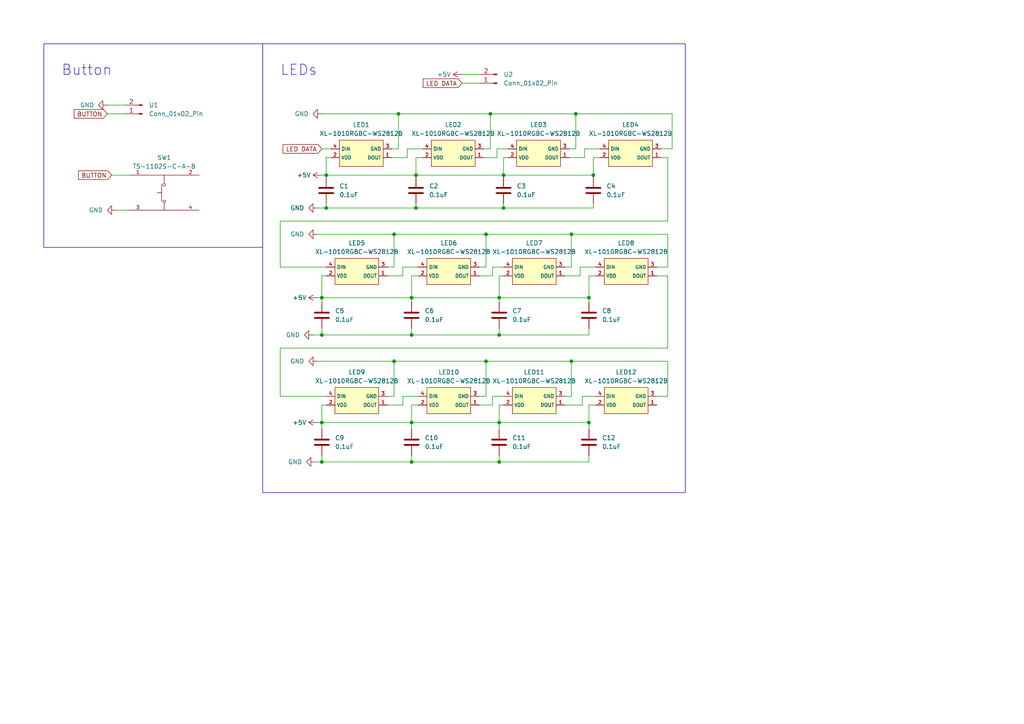
<source format=kicad_sch>
(kicad_sch (version 20230121) (generator eeschema)
  (paper "A4")
  (lib_symbols
    (symbol "Connector:Conn_01x02_Pin" (pin_names (offset 1.016) hide)
      (property "Reference" "J" (at 0 2.54 0))
      (property "Value" "Conn_01x02_Pin" (at 0 -5.08 0))
      (symbol "Conn_01x02_Pin_1_1"
        (polyline (pts (xy 1.27 -2.54) (xy 0.8636 -2.54)) (stroke (width 0.1524)))
        (polyline (pts (xy 1.27 0) (xy 0.8636 0)) (stroke (width 0.1524)))
        (rectangle (start 0.8636 -2.413) (end 0 -2.667) (stroke (width 0.1524)) (fill (type outline)))
        (rectangle (start 0.8636 0.127) (end 0 -0.127) (stroke (width 0.1524)) (fill (type outline)))
        (pin passive line (at 5.08 0 180) (length 3.81) (name "Pin_1") (number "1"))
        (pin passive line (at 5.08 -2.54 180) (length 3.81) (name "Pin_2") (number "2"))
      )
    )
    (symbol "Device:C" (pin_numbers hide) (pin_names (offset 0.254))
      (property "Reference" "C" (at 0.635 2.54 0))
      (property "Value" "C" (at 0.635 -2.54 0))
      (symbol "C_0_1"
        (polyline (pts (xy -2.032 -0.762) (xy 2.032 -0.762)) (stroke (width 0.508)))
        (polyline (pts (xy -2.032 0.762) (xy 2.032 0.762)) (stroke (width 0.508)))
      )
      (symbol "C_1_1"
        (pin passive line (at 0 3.81 270) (length 2.794) (name "~") (number "1"))
        (pin passive line (at 0 -3.81 90) (length 2.794) (name "~") (number "2"))
      )
    )
    (symbol "MyParts:TS-1102S-C-A-B" (pin_names hide)
      (property "Reference" "SW" (at 0 11.43 0))
      (property "Value" "TS-1102S-C-A-B" (at 0 8.89 0))
      (symbol "TS-1102S-C-A-B_0_0"
        (circle (center 0 -2.54) (radius 0.381) (fill (type background)))
        (polyline (pts (xy -5.08 -5.08) (xy 5.08 -5.08)))
        (polyline (pts (xy -5.08 5.08) (xy 5.08 5.08)))
        (polyline (pts (xy -2.032 0) (xy -0.762 0)))
        (polyline (pts (xy -0.762 2.54) (xy -0.762 -2.54)))
        (polyline (pts (xy 0 -5.08) (xy 0 -3.048)))
        (polyline (pts (xy 0 5.08) (xy 0 2.794)))
        (circle (center 0 2.286) (radius 0.381) (fill (type background)))
        (pin unspecified line (at -10.16 5.08 0) (length 5.08) (name "1") (number "1"))
        (pin unspecified line (at 10.16 5.08 180) (length 5.08) (name "2") (number "2"))
        (pin unspecified line (at -10.16 -5.08 0) (length 5.08) (name "3") (number "3"))
        (pin unspecified line (at 10.16 -5.08 180) (length 5.08) (name "4") (number "4"))
      )
    )
    (symbol "MyParts:XL-1010RGBC-WS2812B"
      (property "Reference" "U" (at 0 1.27 0))
      (property "Value" "XL-1010RGBC-WS2812B" (at 0 -2.54 0))
      (property "LCSC" "C5349953" (at 0 0 0))
      (symbol "XL-1010RGBC-WS2812B_0_0"
        (rectangle (start -7.62 -11.43) (end 5.08 -19.05) (fill (type background)))
        (pin unspecified line (at -10.16 -13.97 0) (length 2.54) (name "DOUT") (number "1"))
        (pin unspecified line (at 7.62 -13.97 180) (length 2.54) (name "VDD") (number "2"))
        (pin unspecified line (at -10.16 -16.51 0) (length 2.54) (name "GND") (number "3"))
        (pin unspecified line (at 7.62 -16.51 180) (length 2.54) (name "DIN") (number "4"))
      )
    )
    (symbol "power:+5V" (power) (pin_names (offset 0))
      (property "Value" "+5V" (at 0 3.556 0))
      (symbol "+5V_0_1"
        (polyline (pts (xy -0.762 1.27) (xy 0 2.54)))
        (polyline (pts (xy 0 0) (xy 0 2.54)))
        (polyline (pts (xy 0 2.54) (xy 0.762 1.27)))
      )
      (symbol "+5V_1_1"
        (pin power_in line (at 0 0 90) (length 0) hide (name "+5V") (number "1"))
      )
    )
    (symbol "power:GND" (power) (pin_names (offset 0))
      (property "Value" "GND" (at 0 -3.81 0))
      (symbol "GND_0_1"
        (polyline (pts (xy 0 0) (xy 0 -1.27) (xy 1.27 -1.27) (xy 0 -2.54) (xy -1.27 -1.27) (xy 0 -1.27)))
      )
      (symbol "GND_1_1"
        (pin power_in line (at 0 0 270) (length 0) hide (name "GND") (number "1"))
      )
    )
  )
  (junction (at 144.78 97.155))
  (junction (at 144.78 86.36))
  (junction (at 140.97 67.945))
  (junction (at 120.65 50.8))
  (junction (at 146.05 50.8))
  (junction (at 119.38 86.36))
  (junction (at 165.735 104.775))
  (junction (at 94.615 50.8))
  (junction (at 93.345 133.985))
  (junction (at 142.24 33.02))
  (junction (at 119.38 97.155))
  (junction (at 93.345 122.555))
  (junction (at 119.38 122.555))
  (junction (at 170.815 122.555))
  (junction (at 115.57 33.02))
  (junction (at 94.615 60.325))
  (junction (at 165.735 67.945))
  (junction (at 114.3 104.775))
  (junction (at 93.345 97.155))
  (junction (at 170.815 86.36))
  (junction (at 146.05 60.325))
  (junction (at 172.085 50.8))
  (junction (at 144.78 122.555))
  (junction (at 114.3 67.945))
  (junction (at 167.005 33.02))
  (junction (at 119.38 133.985))
  (junction (at 120.65 60.325))
  (junction (at 140.97 104.775))
  (junction (at 93.345 86.36))
  (junction (at 144.78 133.985))
  (wire (pts (xy 168.275 80.01) (xy 168.275 77.47)))
  (wire (pts (xy 112.395 80.01) (xy 116.84 80.01)))
  (wire (pts (xy 114.3 67.945) (xy 114.3 77.47)))
  (wire (pts (xy 140.97 77.47) (xy 140.97 67.945)))
  (wire (pts (xy 144.78 86.36) (xy 119.38 86.36)))
  (wire (pts (xy 95.885 45.72) (xy 94.615 45.72)))
  (wire (pts (xy 191.77 43.18) (xy 194.945 43.18)))
  (wire (pts (xy 172.085 50.8) (xy 146.05 50.8)))
  (wire (pts (xy 172.72 80.01) (xy 170.815 80.01)))
  (wire (pts (xy 139.065 77.47) (xy 140.97 77.47)))
  (wire (pts (xy 165.1 45.72) (xy 169.545 45.72)))
  (wire (pts (xy 81.28 100.965) (xy 81.28 114.935)))
  (wire (pts (xy 170.815 122.555) (xy 170.815 124.46)))
  (wire (pts (xy 165.735 67.945) (xy 140.97 67.945)))
  (wire (pts (xy 81.28 64.135) (xy 81.28 77.47)))
  (wire (pts (xy 144.145 43.18) (xy 147.32 43.18)))
  (wire (pts (xy 93.345 86.36) (xy 92.075 86.36)))
  (wire (pts (xy 93.345 124.46) (xy 93.345 122.555)))
  (wire (pts (xy 81.28 114.935) (xy 94.615 114.935)))
  (wire (pts (xy 140.97 67.945) (xy 114.3 67.945)))
  (wire (pts (xy 193.675 67.945) (xy 165.735 67.945)))
  (wire (pts (xy 119.38 122.555) (xy 93.345 122.555)))
  (wire (pts (xy 93.345 132.08) (xy 93.345 133.985)))
  (wire (pts (xy 144.78 97.155) (xy 170.815 97.155)))
  (wire (pts (xy 118.11 45.72) (xy 118.11 43.18)))
  (wire (pts (xy 94.615 60.325) (xy 94.615 59.055)))
  (wire (pts (xy 173.99 45.72) (xy 172.085 45.72)))
  (wire (pts (xy 33.655 60.96) (xy 37.465 60.96)))
  (wire (pts (xy 114.3 104.775) (xy 114.3 114.935)))
  (wire (pts (xy 170.815 80.01) (xy 170.815 86.36)))
  (wire (pts (xy 119.38 86.36) (xy 93.345 86.36)))
  (wire (pts (xy 93.345 122.555) (xy 92.075 122.555)))
  (wire (pts (xy 168.91 117.475) (xy 168.91 114.935)))
  (wire (pts (xy 170.815 122.555) (xy 144.78 122.555)))
  (wire (pts (xy 115.57 43.18) (xy 113.665 43.18)))
  (wire (pts (xy 146.05 50.8) (xy 120.65 50.8)))
  (wire (pts (xy 190.5 114.935) (xy 193.675 114.935)))
  (wire (pts (xy 142.875 117.475) (xy 142.875 114.935)))
  (wire (pts (xy 121.285 80.01) (xy 119.38 80.01)))
  (wire (pts (xy 172.085 59.055) (xy 172.085 60.325)))
  (wire (pts (xy 94.615 80.01) (xy 93.345 80.01)))
  (wire (pts (xy 92.075 67.945) (xy 114.3 67.945)))
  (wire (pts (xy 146.05 45.72) (xy 146.05 50.8)))
  (wire (pts (xy 91.44 133.985) (xy 93.345 133.985)))
  (wire (pts (xy 190.5 77.47) (xy 193.675 77.47)))
  (wire (pts (xy 193.675 114.935) (xy 193.675 104.775)))
  (wire (pts (xy 93.345 95.25) (xy 93.345 97.155)))
  (wire (pts (xy 172.085 51.435) (xy 172.085 50.8)))
  (wire (pts (xy 170.815 132.08) (xy 170.815 133.985)))
  (wire (pts (xy 170.815 117.475) (xy 170.815 122.555)))
  (wire (pts (xy 142.875 77.47) (xy 146.05 77.47)))
  (wire (pts (xy 139.065 114.935) (xy 140.97 114.935)))
  (wire (pts (xy 120.65 60.325) (xy 94.615 60.325)))
  (wire (pts (xy 120.65 45.72) (xy 120.65 50.8)))
  (wire (pts (xy 93.345 133.985) (xy 119.38 133.985)))
  (wire (pts (xy 112.395 117.475) (xy 116.84 117.475)))
  (wire (pts (xy 116.84 80.01) (xy 116.84 77.47)))
  (wire (pts (xy 142.875 114.935) (xy 146.05 114.935)))
  (wire (pts (xy 193.675 45.72) (xy 191.77 45.72)))
  (wire (pts (xy 165.735 114.935) (xy 165.735 104.775)))
  (wire (pts (xy 94.615 51.435) (xy 94.615 50.8)))
  (wire (pts (xy 94.615 45.72) (xy 94.615 50.8)))
  (wire (pts (xy 120.65 50.8) (xy 94.615 50.8)))
  (wire (pts (xy 193.675 104.775) (xy 165.735 104.775)))
  (wire (pts (xy 115.57 33.02) (xy 115.57 43.18)))
  (wire (pts (xy 140.335 43.18) (xy 142.24 43.18)))
  (wire (pts (xy 194.945 43.18) (xy 194.945 33.02)))
  (wire (pts (xy 172.085 45.72) (xy 172.085 50.8)))
  (wire (pts (xy 144.145 45.72) (xy 144.145 43.18)))
  (wire (pts (xy 120.65 59.055) (xy 120.65 60.325)))
  (wire (pts (xy 168.275 77.47) (xy 172.72 77.47)))
  (wire (pts (xy 122.555 45.72) (xy 120.65 45.72)))
  (wire (pts (xy 116.84 114.935) (xy 121.285 114.935)))
  (wire (pts (xy 193.675 45.72) (xy 193.675 64.135)))
  (wire (pts (xy 146.05 51.435) (xy 146.05 50.8)))
  (wire (pts (xy 119.38 117.475) (xy 119.38 122.555)))
  (wire (pts (xy 147.32 45.72) (xy 146.05 45.72)))
  (wire (pts (xy 193.675 64.135) (xy 81.28 64.135)))
  (wire (pts (xy 93.345 87.63) (xy 93.345 86.36)))
  (wire (pts (xy 90.805 97.155) (xy 93.345 97.155)))
  (wire (pts (xy 190.5 80.01) (xy 193.675 80.01)))
  (wire (pts (xy 121.285 117.475) (xy 119.38 117.475)))
  (wire (pts (xy 170.815 86.36) (xy 144.78 86.36)))
  (wire (pts (xy 144.78 87.63) (xy 144.78 86.36)))
  (wire (pts (xy 94.615 50.8) (xy 93.345 50.8)))
  (wire (pts (xy 119.38 133.985) (xy 144.78 133.985)))
  (wire (pts (xy 194.945 33.02) (xy 167.005 33.02)))
  (wire (pts (xy 163.83 80.01) (xy 168.275 80.01)))
  (wire (pts (xy 163.83 114.935) (xy 165.735 114.935)))
  (wire (pts (xy 144.78 95.25) (xy 144.78 97.155)))
  (wire (pts (xy 139.065 80.01) (xy 142.875 80.01)))
  (wire (pts (xy 167.005 43.18) (xy 167.005 33.02)))
  (wire (pts (xy 133.985 24.13) (xy 139.065 24.13)))
  (wire (pts (xy 144.78 122.555) (xy 144.78 124.46)))
  (wire (pts (xy 146.05 59.055) (xy 146.05 60.325)))
  (wire (pts (xy 31.115 30.48) (xy 36.195 30.48)))
  (wire (pts (xy 93.345 80.01) (xy 93.345 86.36)))
  (wire (pts (xy 163.83 77.47) (xy 165.735 77.47)))
  (wire (pts (xy 119.38 132.08) (xy 119.38 133.985)))
  (wire (pts (xy 93.345 97.155) (xy 119.38 97.155)))
  (wire (pts (xy 92.075 60.325) (xy 94.615 60.325)))
  (wire (pts (xy 140.97 114.935) (xy 140.97 104.775)))
  (wire (pts (xy 144.78 132.08) (xy 144.78 133.985)))
  (wire (pts (xy 193.675 100.965) (xy 81.28 100.965)))
  (wire (pts (xy 140.335 45.72) (xy 144.145 45.72)))
  (wire (pts (xy 119.38 87.63) (xy 119.38 86.36)))
  (wire (pts (xy 116.84 77.47) (xy 121.285 77.47)))
  (wire (pts (xy 146.05 60.325) (xy 120.65 60.325)))
  (wire (pts (xy 119.38 80.01) (xy 119.38 86.36)))
  (wire (pts (xy 120.65 51.435) (xy 120.65 50.8)))
  (wire (pts (xy 172.72 117.475) (xy 170.815 117.475)))
  (wire (pts (xy 32.385 50.8) (xy 37.465 50.8)))
  (wire (pts (xy 170.815 95.25) (xy 170.815 97.155)))
  (wire (pts (xy 146.05 117.475) (xy 144.78 117.475)))
  (wire (pts (xy 93.345 117.475) (xy 93.345 122.555)))
  (wire (pts (xy 165.735 77.47) (xy 165.735 67.945)))
  (wire (pts (xy 170.815 87.63) (xy 170.815 86.36)))
  (wire (pts (xy 114.3 114.935) (xy 112.395 114.935)))
  (wire (pts (xy 94.615 117.475) (xy 93.345 117.475)))
  (wire (pts (xy 169.545 45.72) (xy 169.545 43.18)))
  (wire (pts (xy 119.38 97.155) (xy 144.78 97.155)))
  (wire (pts (xy 92.075 104.775) (xy 114.3 104.775)))
  (wire (pts (xy 146.05 80.01) (xy 144.78 80.01)))
  (wire (pts (xy 169.545 43.18) (xy 173.99 43.18)))
  (wire (pts (xy 93.345 33.02) (xy 115.57 33.02)))
  (wire (pts (xy 116.84 117.475) (xy 116.84 114.935)))
  (wire (pts (xy 165.1 43.18) (xy 167.005 43.18)))
  (wire (pts (xy 172.085 60.325) (xy 146.05 60.325)))
  (wire (pts (xy 144.78 122.555) (xy 119.38 122.555)))
  (wire (pts (xy 139.065 117.475) (xy 142.875 117.475)))
  (wire (pts (xy 193.675 77.47) (xy 193.675 67.945)))
  (wire (pts (xy 114.3 77.47) (xy 112.395 77.47)))
  (wire (pts (xy 113.665 45.72) (xy 118.11 45.72)))
  (wire (pts (xy 193.675 80.01) (xy 193.675 100.965)))
  (wire (pts (xy 142.24 43.18) (xy 142.24 33.02)))
  (wire (pts (xy 31.115 33.02) (xy 36.195 33.02)))
  (wire (pts (xy 119.38 95.25) (xy 119.38 97.155)))
  (wire (pts (xy 93.345 43.18) (xy 95.885 43.18)))
  (wire (pts (xy 118.11 43.18) (xy 122.555 43.18)))
  (wire (pts (xy 163.83 117.475) (xy 168.91 117.475)))
  (wire (pts (xy 119.38 122.555) (xy 119.38 124.46)))
  (wire (pts (xy 81.28 77.47) (xy 94.615 77.47)))
  (wire (pts (xy 165.735 104.775) (xy 140.97 104.775)))
  (wire (pts (xy 115.57 33.02) (xy 142.24 33.02)))
  (wire (pts (xy 133.985 21.59) (xy 139.065 21.59)))
  (wire (pts (xy 144.78 80.01) (xy 144.78 86.36)))
  (wire (pts (xy 144.78 133.985) (xy 170.815 133.985)))
  (wire (pts (xy 142.875 80.01) (xy 142.875 77.47)))
  (wire (pts (xy 140.97 104.775) (xy 114.3 104.775)))
  (wire (pts (xy 144.78 117.475) (xy 144.78 122.555)))
  (wire (pts (xy 142.24 33.02) (xy 167.005 33.02)))
  (wire (pts (xy 168.91 114.935) (xy 172.72 114.935)))
  (rectangle (start 76.2 12.7) (end 198.755 142.875))
  (rectangle (start 12.7 12.7) (end 76.2 71.755))
  (text "Button" (at 17.78 22.225 0) (effects (font (size 3 3)) (justify left bottom)))
  (text "LEDs" (at 81.28 22.225 0) (effects (font (size 3 3)) (justify left bottom)))
  (global_label "LED DATA" (shape input) (at 93.345 43.18 180) (property "Intersheetrefs" "${INTERSHEET_REFS}" (effects hide)))
  (global_label "BUTTON" (shape input) (at 32.385 50.8 180) (property "Intersheetrefs" "${INTERSHEET_REFS}" (effects hide)))
  (global_label "BUTTON" (shape input) (at 31.115 33.02 180) (property "Intersheetrefs" "${INTERSHEET_REFS}" (effects hide)))
  (global_label "LED DATA" (shape input) (at 133.985 24.13 180) (property "Intersheetrefs" "${INTERSHEET_REFS}" (effects hide)))
  (symbol (lib_id "power:+5V") (at 92.075 86.36 90) (unit 1)
    (property "Reference" "#PWR05" (effects hide))
    (property "Value" "+5V" (at 88.9 86.36 90) (effects (justify left)))
  )
  (symbol (lib_id "MyParts:XL-1010RGBC-WS2812B") (at 154.94 59.69 180) (unit 1)
    (property "Reference" "LED3" (at 156.21 36.195 0))
    (property "Value" "XL-1010RGBC-WS2812B" (at 156.21 38.735 0))
    (property "Footprint" "footprint:LED-SMD_4P-L1.0-W1.0-TL_XL-1010RGBC-WS2812B" (effects hide))
    (property "Datasheet" "https://atta.szlcsc.com/upload/public/pdf/source/20230111/7F92487BABF607E2EE42D1D66EFE1A21.pdf" (effects hide))
    (property "LCSC" "C5349953" (effects hide))
  )
  (symbol (lib_id "MyParts:XL-1010RGBC-WS2812B") (at 180.34 93.98 180) (unit 1)
    (property "Reference" "LED8" (at 181.61 70.485 0))
    (property "Value" "XL-1010RGBC-WS2812B" (at 181.61 73.025 0))
    (property "Footprint" "footprint:LED-SMD_4P-L1.0-W1.0-TL_XL-1010RGBC-WS2812B" (effects hide))
    (property "Datasheet" "https://atta.szlcsc.com/upload/public/pdf/source/20230111/7F92487BABF607E2EE42D1D66EFE1A21.pdf" (effects hide))
    (property "LCSC" "C5349953" (effects hide))
  )
  (symbol (lib_id "Device:C") (at 144.78 128.27 0) (unit 1)
    (property "Reference" "C11" (at 148.59 126.9999 0) (effects (justify left)))
    (property "Value" "0.1uF" (at 148.59 129.5399 0) (effects (justify left)))
    (property "Footprint" "Capacitor_SMD:C_0402_1005Metric" (effects hide))
    (property "LCSC #" "C1525" (effects hide))
  )
  (symbol (lib_id "power:GND") (at 92.075 60.325 270) (unit 1)
    (property "Reference" "#PWR010" (effects hide))
    (property "Value" "GND" (at 88.265 60.3249 90) (effects (justify right)))
  )
  (symbol (lib_id "power:GND") (at 91.44 133.985 270) (unit 1)
    (property "Reference" "#PWR012" (effects hide))
    (property "Value" "GND" (at 87.63 133.9849 90) (effects (justify right)))
  )
  (symbol (lib_id "Device:C") (at 94.615 55.245 0) (unit 1)
    (property "Reference" "C1" (at 98.425 53.9749 0) (effects (justify left)))
    (property "Value" "0.1uF" (at 98.425 56.5149 0) (effects (justify left)))
    (property "Footprint" "Capacitor_SMD:C_0402_1005Metric" (effects hide))
    (property "LCSC #" "C1525" (effects hide))
  )
  (symbol (lib_id "MyParts:XL-1010RGBC-WS2812B") (at 128.905 131.445 180) (unit 1)
    (property "Reference" "LED10" (at 130.175 107.95 0))
    (property "Value" "XL-1010RGBC-WS2812B" (at 130.175 110.49 0))
    (property "Footprint" "footprint:LED-SMD_4P-L1.0-W1.0-TL_XL-1010RGBC-WS2812B" (effects hide))
    (property "Datasheet" "https://atta.szlcsc.com/upload/public/pdf/source/20230111/7F92487BABF607E2EE42D1D66EFE1A21.pdf" (effects hide))
    (property "LCSC" "C5349953" (effects hide))
  )
  (symbol (lib_id "Device:C") (at 93.345 91.44 0) (unit 1)
    (property "Reference" "C5" (at 97.155 90.1699 0) (effects (justify left)))
    (property "Value" "0.1uF" (at 97.155 92.7099 0) (effects (justify left)))
    (property "Footprint" "Capacitor_SMD:C_0402_1005Metric" (effects hide))
    (property "LCSC #" "C1525" (effects hide))
  )
  (symbol (lib_id "Device:C") (at 144.78 91.44 0) (unit 1)
    (property "Reference" "C7" (at 148.59 90.1699 0) (effects (justify left)))
    (property "Value" "0.1uF" (at 148.59 92.7099 0) (effects (justify left)))
    (property "Footprint" "Capacitor_SMD:C_0402_1005Metric" (effects hide))
    (property "LCSC #" "C1525" (effects hide))
  )
  (symbol (lib_id "Device:C") (at 172.085 55.245 0) (unit 1)
    (property "Reference" "C4" (at 175.895 53.9749 0) (effects (justify left)))
    (property "Value" "0.1uF" (at 175.895 56.5149 0) (effects (justify left)))
    (property "Footprint" "Capacitor_SMD:C_0402_1005Metric" (effects hide))
    (property "LCSC #" "C1525" (effects hide))
  )
  (symbol (lib_id "Connector:Conn_01x02_Pin") (at 41.275 33.02 180) (unit 1)
    (property "Reference" "U1" (at 43.18 30.48 0) (effects (justify right)))
    (property "Value" "Conn_01x02_Pin" (at 43.18 33.02 0) (effects (justify right)))
    (property "Footprint" "Connector_PinHeader_2.54mm:PinHeader_1x02_P2.54mm_Vertical" (effects hide))
  )
  (symbol (lib_id "MyParts:XL-1010RGBC-WS2812B") (at 128.905 93.98 180) (unit 1)
    (property "Reference" "LED6" (at 130.175 70.485 0))
    (property "Value" "XL-1010RGBC-WS2812B" (at 130.175 73.025 0))
    (property "Footprint" "footprint:LED-SMD_4P-L1.0-W1.0-TL_XL-1010RGBC-WS2812B" (effects hide))
    (property "Datasheet" "https://atta.szlcsc.com/upload/public/pdf/source/20230111/7F92487BABF607E2EE42D1D66EFE1A21.pdf" (effects hide))
    (property "LCSC" "C5349953" (effects hide))
  )
  (symbol (lib_id "MyParts:TS-1102S-C-A-B") (at 47.625 55.88 0) (unit 1)
    (property "Reference" "SW1" (at 47.625 45.72 0))
    (property "Value" "TS-1102S-C-A-B" (at 47.625 48.26 0))
    (property "Footprint" "footprint:KEY-SMD_4P-L6.0-W6.0-P4.50-LS8.6" (effects hide))
    (property "Datasheet" "https://item.szlcsc.com/353280.html" (effects hide))
    (property "LCSC #" "C381038" (effects hide))
  )
  (symbol (lib_id "Device:C") (at 119.38 91.44 0) (unit 1)
    (property "Reference" "C6" (at 123.19 90.1699 0) (effects (justify left)))
    (property "Value" "0.1uF" (at 123.19 92.7099 0) (effects (justify left)))
    (property "Footprint" "Capacitor_SMD:C_0402_1005Metric" (effects hide))
    (property "LCSC #" "C1525" (effects hide))
  )
  (symbol (lib_id "MyParts:XL-1010RGBC-WS2812B") (at 103.505 59.69 180) (unit 1)
    (property "Reference" "LED1" (at 104.775 36.195 0))
    (property "Value" "XL-1010RGBC-WS2812B" (at 104.775 38.735 0))
    (property "Footprint" "footprint:LED-SMD_4P-L1.0-W1.0-TL_XL-1010RGBC-WS2812B" (effects hide))
    (property "Datasheet" "https://atta.szlcsc.com/upload/public/pdf/source/20230111/7F92487BABF607E2EE42D1D66EFE1A21.pdf" (effects hide))
    (property "LCSC" "C5349953" (effects hide))
  )
  (symbol (lib_id "Device:C") (at 120.65 55.245 0) (unit 1)
    (property "Reference" "C2" (at 124.46 53.9749 0) (effects (justify left)))
    (property "Value" "0.1uF" (at 124.46 56.5149 0) (effects (justify left)))
    (property "Footprint" "Capacitor_SMD:C_0402_1005Metric" (effects hide))
    (property "LCSC #" "C1525" (effects hide))
  )
  (symbol (lib_id "power:GND") (at 90.805 97.155 270) (unit 1)
    (property "Reference" "#PWR011" (effects hide))
    (property "Value" "GND" (at 86.995 97.1549 90) (effects (justify right)))
  )
  (symbol (lib_id "MyParts:XL-1010RGBC-WS2812B") (at 130.175 59.69 180) (unit 1)
    (property "Reference" "LED2" (at 131.445 36.195 0))
    (property "Value" "XL-1010RGBC-WS2812B" (at 131.445 38.735 0))
    (property "Footprint" "footprint:LED-SMD_4P-L1.0-W1.0-TL_XL-1010RGBC-WS2812B" (effects hide))
    (property "Datasheet" "https://atta.szlcsc.com/upload/public/pdf/source/20230111/7F92487BABF607E2EE42D1D66EFE1A21.pdf" (effects hide))
    (property "LCSC" "C5349953" (effects hide))
  )
  (symbol (lib_id "Connector:Conn_01x02_Pin") (at 144.145 24.13 180) (unit 1)
    (property "Reference" "U2" (at 146.05 21.59 0) (effects (justify right)))
    (property "Value" "Conn_01x02_Pin" (at 146.05 24.13 0) (effects (justify right)))
    (property "Footprint" "Connector_PinHeader_2.54mm:PinHeader_1x02_P2.54mm_Vertical" (effects hide))
  )
  (symbol (lib_id "power:GND") (at 92.075 104.775 270) (unit 1)
    (property "Reference" "#PWR08" (effects hide))
    (property "Value" "GND" (at 88.265 104.7749 90) (effects (justify right)))
  )
  (symbol (lib_id "Device:C") (at 170.815 128.27 0) (unit 1)
    (property "Reference" "C12" (at 174.625 126.9999 0) (effects (justify left)))
    (property "Value" "0.1uF" (at 174.625 129.5399 0) (effects (justify left)))
    (property "Footprint" "Capacitor_SMD:C_0402_1005Metric" (effects hide))
    (property "LCSC #" "C1525" (effects hide))
  )
  (symbol (lib_id "MyParts:XL-1010RGBC-WS2812B") (at 102.235 93.98 180) (unit 1)
    (property "Reference" "LED5" (at 103.505 70.485 0))
    (property "Value" "XL-1010RGBC-WS2812B" (at 103.505 73.025 0))
    (property "Footprint" "footprint:LED-SMD_4P-L1.0-W1.0-TL_XL-1010RGBC-WS2812B" (effects hide))
    (property "Datasheet" "https://atta.szlcsc.com/upload/public/pdf/source/20230111/7F92487BABF607E2EE42D1D66EFE1A21.pdf" (effects hide))
    (property "LCSC" "C5349953" (effects hide))
  )
  (symbol (lib_id "power:GND") (at 92.075 67.945 270) (unit 1)
    (property "Reference" "#PWR07" (effects hide))
    (property "Value" "GND" (at 88.265 67.9449 90) (effects (justify right)))
  )
  (symbol (lib_id "power:+5V") (at 92.075 122.555 90) (unit 1)
    (property "Reference" "#PWR09" (effects hide))
    (property "Value" "+5V" (at 88.9 122.555 90) (effects (justify left)))
  )
  (symbol (lib_id "power:GND") (at 93.345 33.02 270) (unit 1)
    (property "Reference" "#PWR06" (effects hide))
    (property "Value" "GND" (at 89.535 33.0199 90) (effects (justify right)))
  )
  (symbol (lib_id "MyParts:XL-1010RGBC-WS2812B") (at 153.67 131.445 180) (unit 1)
    (property "Reference" "LED11" (at 154.94 107.95 0))
    (property "Value" "XL-1010RGBC-WS2812B" (at 154.94 110.49 0))
    (property "Footprint" "footprint:LED-SMD_4P-L1.0-W1.0-TL_XL-1010RGBC-WS2812B" (effects hide))
    (property "Datasheet" "https://atta.szlcsc.com/upload/public/pdf/source/20230111/7F92487BABF607E2EE42D1D66EFE1A21.pdf" (effects hide))
    (property "LCSC" "C5349953" (effects hide))
  )
  (symbol (lib_id "MyParts:XL-1010RGBC-WS2812B") (at 181.61 59.69 180) (unit 1)
    (property "Reference" "LED4" (at 182.88 36.195 0))
    (property "Value" "XL-1010RGBC-WS2812B" (at 182.88 38.735 0))
    (property "Footprint" "footprint:LED-SMD_4P-L1.0-W1.0-TL_XL-1010RGBC-WS2812B" (effects hide))
    (property "Datasheet" "https://atta.szlcsc.com/upload/public/pdf/source/20230111/7F92487BABF607E2EE42D1D66EFE1A21.pdf" (effects hide))
    (property "LCSC" "C5349953" (effects hide))
  )
  (symbol (lib_id "Device:C") (at 119.38 128.27 0) (unit 1)
    (property "Reference" "C10" (at 123.19 126.9999 0) (effects (justify left)))
    (property "Value" "0.1uF" (at 123.19 129.5399 0) (effects (justify left)))
    (property "Footprint" "Capacitor_SMD:C_0402_1005Metric" (effects hide))
    (property "LCSC #" "C1525" (effects hide))
  )
  (symbol (lib_id "power:+5V") (at 93.345 50.8 90) (unit 1)
    (property "Reference" "#PWR04" (effects hide))
    (property "Value" "+5V" (at 90.17 50.8 90) (effects (justify left)))
  )
  (symbol (lib_id "power:GND") (at 33.655 60.96 270) (unit 1)
    (property "Reference" "#PWR01" (effects hide))
    (property "Value" "GND" (at 29.845 60.9599 90) (effects (justify right)))
  )
  (symbol (lib_id "Device:C") (at 146.05 55.245 0) (unit 1)
    (property "Reference" "C3" (at 149.86 53.9749 0) (effects (justify left)))
    (property "Value" "0.1uF" (at 149.86 56.5149 0) (effects (justify left)))
    (property "Footprint" "Capacitor_SMD:C_0402_1005Metric" (effects hide))
    (property "LCSC #" "C1525" (effects hide))
  )
  (symbol (lib_id "power:+5V") (at 133.985 21.59 90) (unit 1)
    (property "Reference" "#PWR03" (effects hide))
    (property "Value" "+5V" (at 130.81 21.59 90) (effects (justify left)))
  )
  (symbol (lib_id "Device:C") (at 93.345 128.27 0) (unit 1)
    (property "Reference" "C9" (at 97.155 126.9999 0) (effects (justify left)))
    (property "Value" "0.1uF" (at 97.155 129.5399 0) (effects (justify left)))
    (property "Footprint" "Capacitor_SMD:C_0402_1005Metric" (effects hide))
    (property "LCSC #" "C1525" (effects hide))
  )
  (symbol (lib_id "power:GND") (at 31.115 30.48 270) (unit 1)
    (property "Reference" "#PWR02" (effects hide))
    (property "Value" "GND" (at 27.305 30.4799 90) (effects (justify right)))
  )
  (symbol (lib_id "MyParts:XL-1010RGBC-WS2812B") (at 102.235 131.445 180) (unit 1)
    (property "Reference" "LED9" (at 103.505 107.95 0))
    (property "Value" "XL-1010RGBC-WS2812B" (at 103.505 110.49 0))
    (property "Footprint" "footprint:LED-SMD_4P-L1.0-W1.0-TL_XL-1010RGBC-WS2812B" (effects hide))
    (property "Datasheet" "https://atta.szlcsc.com/upload/public/pdf/source/20230111/7F92487BABF607E2EE42D1D66EFE1A21.pdf" (effects hide))
    (property "LCSC" "C5349953" (effects hide))
  )
  (symbol (lib_id "MyParts:XL-1010RGBC-WS2812B") (at 153.67 93.98 180) (unit 1)
    (property "Reference" "LED7" (at 154.94 70.485 0))
    (property "Value" "XL-1010RGBC-WS2812B" (at 154.94 73.025 0))
    (property "Footprint" "footprint:LED-SMD_4P-L1.0-W1.0-TL_XL-1010RGBC-WS2812B" (effects hide))
    (property "Datasheet" "https://atta.szlcsc.com/upload/public/pdf/source/20230111/7F92487BABF607E2EE42D1D66EFE1A21.pdf" (effects hide))
    (property "LCSC" "C5349953" (effects hide))
  )
  (symbol (lib_id "MyParts:XL-1010RGBC-WS2812B") (at 180.34 131.445 180) (unit 1)
    (property "Reference" "LED12" (at 181.61 107.95 0))
    (property "Value" "XL-1010RGBC-WS2812B" (at 181.61 110.49 0))
    (property "Footprint" "footprint:LED-SMD_4P-L1.0-W1.0-TL_XL-1010RGBC-WS2812B" (effects hide))
    (property "Datasheet" "https://atta.szlcsc.com/upload/public/pdf/source/20230111/7F92487BABF607E2EE42D1D66EFE1A21.pdf" (effects hide))
    (property "LCSC" "C5349953" (effects hide))
  )
  (symbol (lib_id "Device:C") (at 170.815 91.44 0) (unit 1)
    (property "Reference" "C8" (at 174.625 90.1699 0) (effects (justify left)))
    (property "Value" "0.1uF" (at 174.625 92.7099 0) (effects (justify left)))
    (property "Footprint" "Capacitor_SMD:C_0402_1005Metric" (effects hide))
    (property "LCSC #" "C1525" (effects hide))
  )
)
</source>
